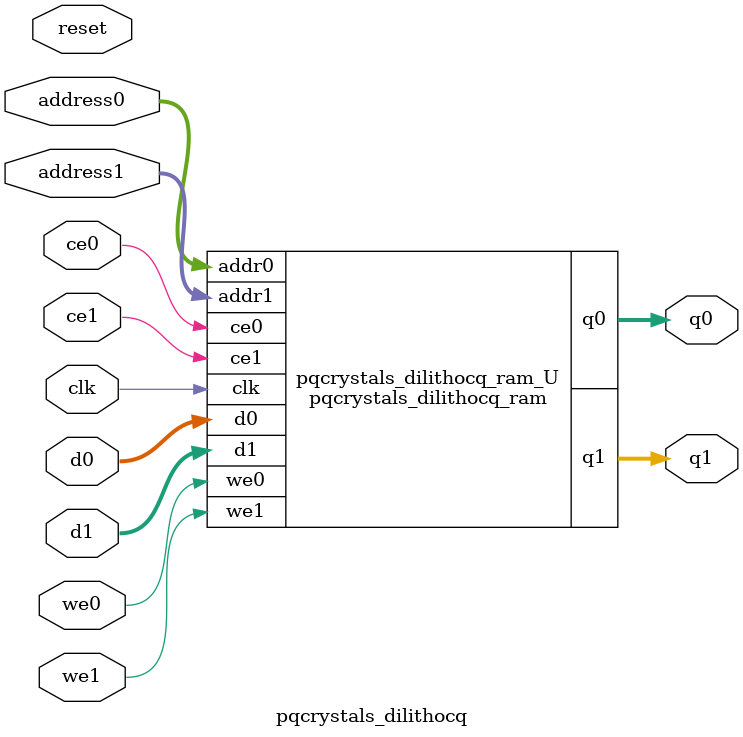
<source format=v>
`timescale 1 ns / 1 ps
module pqcrystals_dilithocq_ram (addr0, ce0, d0, we0, q0, addr1, ce1, d1, we1, q1,  clk);

parameter DWIDTH = 32;
parameter AWIDTH = 8;
parameter MEM_SIZE = 256;

input[AWIDTH-1:0] addr0;
input ce0;
input[DWIDTH-1:0] d0;
input we0;
output reg[DWIDTH-1:0] q0;
input[AWIDTH-1:0] addr1;
input ce1;
input[DWIDTH-1:0] d1;
input we1;
output reg[DWIDTH-1:0] q1;
input clk;

(* ram_style = "block" *)reg [DWIDTH-1:0] ram[0:MEM_SIZE-1];




always @(posedge clk)  
begin 
    if (ce0) begin
        if (we0) 
            ram[addr0] <= d0; 
        q0 <= ram[addr0];
    end
end


always @(posedge clk)  
begin 
    if (ce1) begin
        if (we1) 
            ram[addr1] <= d1; 
        q1 <= ram[addr1];
    end
end


endmodule

`timescale 1 ns / 1 ps
module pqcrystals_dilithocq(
    reset,
    clk,
    address0,
    ce0,
    we0,
    d0,
    q0,
    address1,
    ce1,
    we1,
    d1,
    q1);

parameter DataWidth = 32'd32;
parameter AddressRange = 32'd256;
parameter AddressWidth = 32'd8;
input reset;
input clk;
input[AddressWidth - 1:0] address0;
input ce0;
input we0;
input[DataWidth - 1:0] d0;
output[DataWidth - 1:0] q0;
input[AddressWidth - 1:0] address1;
input ce1;
input we1;
input[DataWidth - 1:0] d1;
output[DataWidth - 1:0] q1;



pqcrystals_dilithocq_ram pqcrystals_dilithocq_ram_U(
    .clk( clk ),
    .addr0( address0 ),
    .ce0( ce0 ),
    .we0( we0 ),
    .d0( d0 ),
    .q0( q0 ),
    .addr1( address1 ),
    .ce1( ce1 ),
    .we1( we1 ),
    .d1( d1 ),
    .q1( q1 ));

endmodule


</source>
